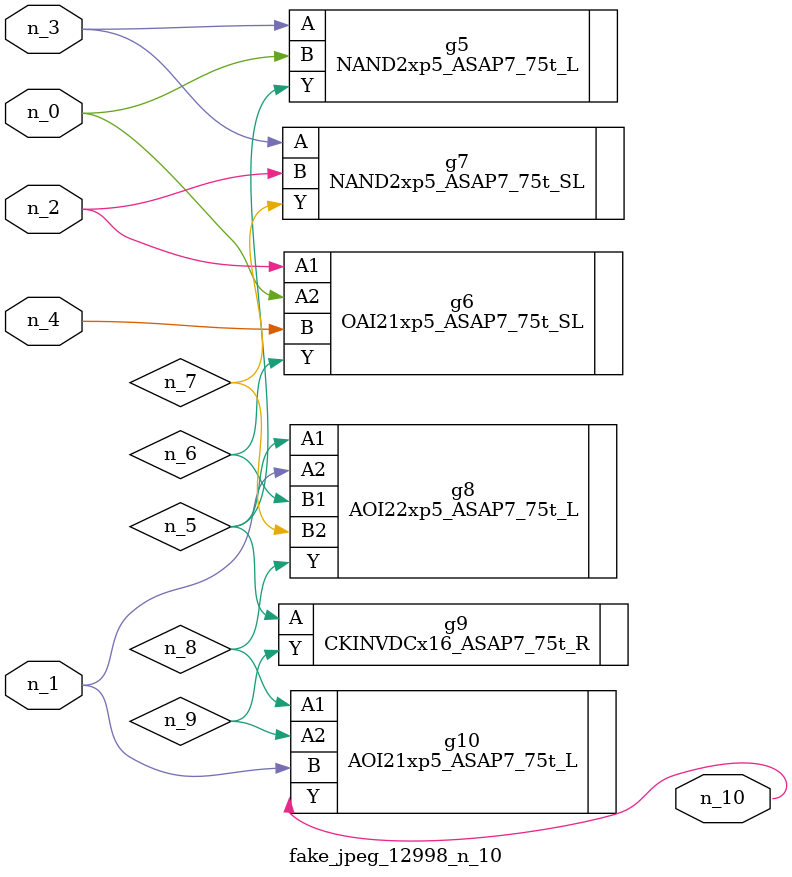
<source format=v>
module fake_jpeg_12998_n_10 (n_3, n_2, n_1, n_0, n_4, n_10);

input n_3;
input n_2;
input n_1;
input n_0;
input n_4;

output n_10;

wire n_8;
wire n_9;
wire n_6;
wire n_5;
wire n_7;

NAND2xp5_ASAP7_75t_L g5 ( 
.A(n_3),
.B(n_0),
.Y(n_5)
);

OAI21xp5_ASAP7_75t_SL g6 ( 
.A1(n_2),
.A2(n_0),
.B(n_4),
.Y(n_6)
);

NAND2xp5_ASAP7_75t_SL g7 ( 
.A(n_3),
.B(n_2),
.Y(n_7)
);

AOI22xp5_ASAP7_75t_L g8 ( 
.A1(n_5),
.A2(n_1),
.B1(n_6),
.B2(n_7),
.Y(n_8)
);

AOI21xp5_ASAP7_75t_L g10 ( 
.A1(n_8),
.A2(n_9),
.B(n_1),
.Y(n_10)
);

CKINVDCx16_ASAP7_75t_R g9 ( 
.A(n_5),
.Y(n_9)
);


endmodule
</source>
